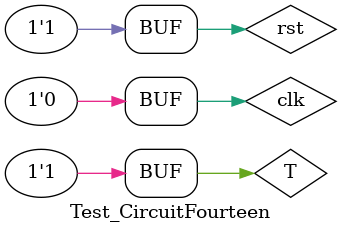
<source format=v>
module Test_CircuitFourteen;
reg T, clk, rst;
wire q;
//integer i;
TFF TFF_inst(T,clk,rst,q);

initial
begin
	T=1'b0;clk=1'b1;rst=1'b0;
	#20
	T=1'b0;clk=~clk;rst=1'b1;
	#20
	T=1'b1;clk=~clk;rst=1'b0;
	#20
	T=1'b0;clk=~clk;rst=1'b1;
	#20
	T=1'b1;clk=~clk;rst=1'b0;
	#20
	T=1'b1;clk=~clk;rst=1'b1;
end
endmodule
</source>
